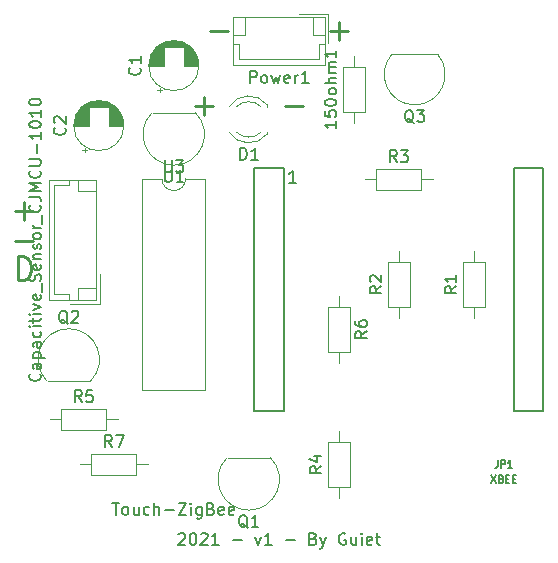
<source format=gbr>
%TF.GenerationSoftware,KiCad,Pcbnew,(5.1.12)-1*%
%TF.CreationDate,2021-12-04T12:05:45+01:00*%
%TF.ProjectId,touch-zigbee,746f7563-682d-47a6-9967-6265652e6b69,rev?*%
%TF.SameCoordinates,Original*%
%TF.FileFunction,Legend,Top*%
%TF.FilePolarity,Positive*%
%FSLAX46Y46*%
G04 Gerber Fmt 4.6, Leading zero omitted, Abs format (unit mm)*
G04 Created by KiCad (PCBNEW (5.1.12)-1) date 2021-12-04 12:05:45*
%MOMM*%
%LPD*%
G01*
G04 APERTURE LIST*
%ADD10C,0.250000*%
%ADD11C,0.150000*%
%ADD12C,0.120000*%
%ADD13C,0.203200*%
%ADD14C,0.127000*%
%ADD15C,0.152400*%
G04 APERTURE END LIST*
D10*
X110998095Y-100472857D02*
X112521904Y-100472857D01*
X103378095Y-100472857D02*
X104901904Y-100472857D01*
X104140000Y-101234761D02*
X104140000Y-99710952D01*
D11*
X101990000Y-136707619D02*
X102037619Y-136660000D01*
X102132857Y-136612380D01*
X102370952Y-136612380D01*
X102466190Y-136660000D01*
X102513809Y-136707619D01*
X102561428Y-136802857D01*
X102561428Y-136898095D01*
X102513809Y-137040952D01*
X101942380Y-137612380D01*
X102561428Y-137612380D01*
X103180476Y-136612380D02*
X103275714Y-136612380D01*
X103370952Y-136660000D01*
X103418571Y-136707619D01*
X103466190Y-136802857D01*
X103513809Y-136993333D01*
X103513809Y-137231428D01*
X103466190Y-137421904D01*
X103418571Y-137517142D01*
X103370952Y-137564761D01*
X103275714Y-137612380D01*
X103180476Y-137612380D01*
X103085238Y-137564761D01*
X103037619Y-137517142D01*
X102990000Y-137421904D01*
X102942380Y-137231428D01*
X102942380Y-136993333D01*
X102990000Y-136802857D01*
X103037619Y-136707619D01*
X103085238Y-136660000D01*
X103180476Y-136612380D01*
X103894761Y-136707619D02*
X103942380Y-136660000D01*
X104037619Y-136612380D01*
X104275714Y-136612380D01*
X104370952Y-136660000D01*
X104418571Y-136707619D01*
X104466190Y-136802857D01*
X104466190Y-136898095D01*
X104418571Y-137040952D01*
X103847142Y-137612380D01*
X104466190Y-137612380D01*
X105418571Y-137612380D02*
X104847142Y-137612380D01*
X105132857Y-137612380D02*
X105132857Y-136612380D01*
X105037619Y-136755238D01*
X104942380Y-136850476D01*
X104847142Y-136898095D01*
X106609047Y-137231428D02*
X107370952Y-137231428D01*
X108513809Y-136945714D02*
X108751904Y-137612380D01*
X108990000Y-136945714D01*
X109894761Y-137612380D02*
X109323333Y-137612380D01*
X109609047Y-137612380D02*
X109609047Y-136612380D01*
X109513809Y-136755238D01*
X109418571Y-136850476D01*
X109323333Y-136898095D01*
X111085238Y-137231428D02*
X111847142Y-137231428D01*
X113418571Y-137088571D02*
X113561428Y-137136190D01*
X113609047Y-137183809D01*
X113656666Y-137279047D01*
X113656666Y-137421904D01*
X113609047Y-137517142D01*
X113561428Y-137564761D01*
X113466190Y-137612380D01*
X113085238Y-137612380D01*
X113085238Y-136612380D01*
X113418571Y-136612380D01*
X113513809Y-136660000D01*
X113561428Y-136707619D01*
X113609047Y-136802857D01*
X113609047Y-136898095D01*
X113561428Y-136993333D01*
X113513809Y-137040952D01*
X113418571Y-137088571D01*
X113085238Y-137088571D01*
X113990000Y-136945714D02*
X114228095Y-137612380D01*
X114466190Y-136945714D02*
X114228095Y-137612380D01*
X114132857Y-137850476D01*
X114085238Y-137898095D01*
X113990000Y-137945714D01*
X116132857Y-136660000D02*
X116037619Y-136612380D01*
X115894761Y-136612380D01*
X115751904Y-136660000D01*
X115656666Y-136755238D01*
X115609047Y-136850476D01*
X115561428Y-137040952D01*
X115561428Y-137183809D01*
X115609047Y-137374285D01*
X115656666Y-137469523D01*
X115751904Y-137564761D01*
X115894761Y-137612380D01*
X115990000Y-137612380D01*
X116132857Y-137564761D01*
X116180476Y-137517142D01*
X116180476Y-137183809D01*
X115990000Y-137183809D01*
X117037619Y-136945714D02*
X117037619Y-137612380D01*
X116609047Y-136945714D02*
X116609047Y-137469523D01*
X116656666Y-137564761D01*
X116751904Y-137612380D01*
X116894761Y-137612380D01*
X116990000Y-137564761D01*
X117037619Y-137517142D01*
X117513809Y-137612380D02*
X117513809Y-136945714D01*
X117513809Y-136612380D02*
X117466190Y-136660000D01*
X117513809Y-136707619D01*
X117561428Y-136660000D01*
X117513809Y-136612380D01*
X117513809Y-136707619D01*
X118370952Y-137564761D02*
X118275714Y-137612380D01*
X118085238Y-137612380D01*
X117990000Y-137564761D01*
X117942380Y-137469523D01*
X117942380Y-137088571D01*
X117990000Y-136993333D01*
X118085238Y-136945714D01*
X118275714Y-136945714D01*
X118370952Y-136993333D01*
X118418571Y-137088571D01*
X118418571Y-137183809D01*
X117942380Y-137279047D01*
X118704285Y-136945714D02*
X119085238Y-136945714D01*
X118847142Y-136612380D02*
X118847142Y-137469523D01*
X118894761Y-137564761D01*
X118990000Y-137612380D01*
X119085238Y-137612380D01*
X96385714Y-134072380D02*
X96957142Y-134072380D01*
X96671428Y-135072380D02*
X96671428Y-134072380D01*
X97433333Y-135072380D02*
X97338095Y-135024761D01*
X97290476Y-134977142D01*
X97242857Y-134881904D01*
X97242857Y-134596190D01*
X97290476Y-134500952D01*
X97338095Y-134453333D01*
X97433333Y-134405714D01*
X97576190Y-134405714D01*
X97671428Y-134453333D01*
X97719047Y-134500952D01*
X97766666Y-134596190D01*
X97766666Y-134881904D01*
X97719047Y-134977142D01*
X97671428Y-135024761D01*
X97576190Y-135072380D01*
X97433333Y-135072380D01*
X98623809Y-134405714D02*
X98623809Y-135072380D01*
X98195238Y-134405714D02*
X98195238Y-134929523D01*
X98242857Y-135024761D01*
X98338095Y-135072380D01*
X98480952Y-135072380D01*
X98576190Y-135024761D01*
X98623809Y-134977142D01*
X99528571Y-135024761D02*
X99433333Y-135072380D01*
X99242857Y-135072380D01*
X99147619Y-135024761D01*
X99100000Y-134977142D01*
X99052380Y-134881904D01*
X99052380Y-134596190D01*
X99100000Y-134500952D01*
X99147619Y-134453333D01*
X99242857Y-134405714D01*
X99433333Y-134405714D01*
X99528571Y-134453333D01*
X99957142Y-135072380D02*
X99957142Y-134072380D01*
X100385714Y-135072380D02*
X100385714Y-134548571D01*
X100338095Y-134453333D01*
X100242857Y-134405714D01*
X100100000Y-134405714D01*
X100004761Y-134453333D01*
X99957142Y-134500952D01*
X100861904Y-134691428D02*
X101623809Y-134691428D01*
X102004761Y-134072380D02*
X102671428Y-134072380D01*
X102004761Y-135072380D01*
X102671428Y-135072380D01*
X103052380Y-135072380D02*
X103052380Y-134405714D01*
X103052380Y-134072380D02*
X103004761Y-134120000D01*
X103052380Y-134167619D01*
X103100000Y-134120000D01*
X103052380Y-134072380D01*
X103052380Y-134167619D01*
X103957142Y-134405714D02*
X103957142Y-135215238D01*
X103909523Y-135310476D01*
X103861904Y-135358095D01*
X103766666Y-135405714D01*
X103623809Y-135405714D01*
X103528571Y-135358095D01*
X103957142Y-135024761D02*
X103861904Y-135072380D01*
X103671428Y-135072380D01*
X103576190Y-135024761D01*
X103528571Y-134977142D01*
X103480952Y-134881904D01*
X103480952Y-134596190D01*
X103528571Y-134500952D01*
X103576190Y-134453333D01*
X103671428Y-134405714D01*
X103861904Y-134405714D01*
X103957142Y-134453333D01*
X104766666Y-134548571D02*
X104909523Y-134596190D01*
X104957142Y-134643809D01*
X105004761Y-134739047D01*
X105004761Y-134881904D01*
X104957142Y-134977142D01*
X104909523Y-135024761D01*
X104814285Y-135072380D01*
X104433333Y-135072380D01*
X104433333Y-134072380D01*
X104766666Y-134072380D01*
X104861904Y-134120000D01*
X104909523Y-134167619D01*
X104957142Y-134262857D01*
X104957142Y-134358095D01*
X104909523Y-134453333D01*
X104861904Y-134500952D01*
X104766666Y-134548571D01*
X104433333Y-134548571D01*
X105814285Y-135024761D02*
X105719047Y-135072380D01*
X105528571Y-135072380D01*
X105433333Y-135024761D01*
X105385714Y-134929523D01*
X105385714Y-134548571D01*
X105433333Y-134453333D01*
X105528571Y-134405714D01*
X105719047Y-134405714D01*
X105814285Y-134453333D01*
X105861904Y-134548571D01*
X105861904Y-134643809D01*
X105385714Y-134739047D01*
X106671428Y-135024761D02*
X106576190Y-135072380D01*
X106385714Y-135072380D01*
X106290476Y-135024761D01*
X106242857Y-134929523D01*
X106242857Y-134548571D01*
X106290476Y-134453333D01*
X106385714Y-134405714D01*
X106576190Y-134405714D01*
X106671428Y-134453333D01*
X106719047Y-134548571D01*
X106719047Y-134643809D01*
X106242857Y-134739047D01*
D10*
X114808095Y-94122857D02*
X116331904Y-94122857D01*
X115570000Y-94884761D02*
X115570000Y-93360952D01*
X104648095Y-94122857D02*
X106171904Y-94122857D01*
X88376190Y-115204761D02*
X88376190Y-113204761D01*
X88852380Y-113204761D01*
X89138095Y-113300000D01*
X89328571Y-113490476D01*
X89423809Y-113680952D01*
X89519047Y-114061904D01*
X89519047Y-114347619D01*
X89423809Y-114728571D01*
X89328571Y-114919047D01*
X89138095Y-115109523D01*
X88852380Y-115204761D01*
X88376190Y-115204761D01*
X88138095Y-111902857D02*
X89661904Y-111902857D01*
X88138095Y-109362857D02*
X89661904Y-109362857D01*
X88900000Y-110124761D02*
X88900000Y-108600952D01*
D12*
%TO.C,Q1*%
X109750000Y-130230000D02*
X106150000Y-130230000D01*
X109788478Y-130241522D02*
G75*
G02*
X107950000Y-134680000I-1838478J-1838478D01*
G01*
X106111522Y-130241522D02*
G75*
G03*
X107950000Y-134680000I1838478J-1838478D01*
G01*
%TO.C,U1*%
X103400000Y-101020000D02*
X99800000Y-101020000D01*
X99761522Y-101031522D02*
G75*
G03*
X101600000Y-105470000I1838478J-1838478D01*
G01*
X103438478Y-101031522D02*
G75*
G02*
X101600000Y-105470000I-1838478J-1838478D01*
G01*
%TO.C,Q2*%
X90910000Y-123770000D02*
X94510000Y-123770000D01*
X90871522Y-123758478D02*
G75*
G02*
X92710000Y-119320000I1838478J1838478D01*
G01*
X94548478Y-123758478D02*
G75*
G03*
X92710000Y-119320000I-1838478J1838478D01*
G01*
%TO.C,C1*%
X100205000Y-99109801D02*
X100605000Y-99109801D01*
X100405000Y-99309801D02*
X100405000Y-98909801D01*
X101230000Y-94959000D02*
X101970000Y-94959000D01*
X101063000Y-94999000D02*
X102137000Y-94999000D01*
X100936000Y-95039000D02*
X102264000Y-95039000D01*
X100832000Y-95079000D02*
X102368000Y-95079000D01*
X100741000Y-95119000D02*
X102459000Y-95119000D01*
X100660000Y-95159000D02*
X102540000Y-95159000D01*
X100587000Y-95199000D02*
X102613000Y-95199000D01*
X100520000Y-95239000D02*
X102680000Y-95239000D01*
X100458000Y-95279000D02*
X102742000Y-95279000D01*
X100400000Y-95319000D02*
X102800000Y-95319000D01*
X100346000Y-95359000D02*
X102854000Y-95359000D01*
X100296000Y-95399000D02*
X102904000Y-95399000D01*
X100249000Y-95439000D02*
X102951000Y-95439000D01*
X102440000Y-95479000D02*
X102996000Y-95479000D01*
X100204000Y-95479000D02*
X100760000Y-95479000D01*
X102440000Y-95519000D02*
X103038000Y-95519000D01*
X100162000Y-95519000D02*
X100760000Y-95519000D01*
X102440000Y-95559000D02*
X103078000Y-95559000D01*
X100122000Y-95559000D02*
X100760000Y-95559000D01*
X102440000Y-95599000D02*
X103116000Y-95599000D01*
X100084000Y-95599000D02*
X100760000Y-95599000D01*
X102440000Y-95639000D02*
X103152000Y-95639000D01*
X100048000Y-95639000D02*
X100760000Y-95639000D01*
X102440000Y-95679000D02*
X103187000Y-95679000D01*
X100013000Y-95679000D02*
X100760000Y-95679000D01*
X102440000Y-95719000D02*
X103219000Y-95719000D01*
X99981000Y-95719000D02*
X100760000Y-95719000D01*
X102440000Y-95759000D02*
X103250000Y-95759000D01*
X99950000Y-95759000D02*
X100760000Y-95759000D01*
X102440000Y-95799000D02*
X103280000Y-95799000D01*
X99920000Y-95799000D02*
X100760000Y-95799000D01*
X102440000Y-95839000D02*
X103308000Y-95839000D01*
X99892000Y-95839000D02*
X100760000Y-95839000D01*
X102440000Y-95879000D02*
X103335000Y-95879000D01*
X99865000Y-95879000D02*
X100760000Y-95879000D01*
X102440000Y-95919000D02*
X103360000Y-95919000D01*
X99840000Y-95919000D02*
X100760000Y-95919000D01*
X102440000Y-95959000D02*
X103385000Y-95959000D01*
X99815000Y-95959000D02*
X100760000Y-95959000D01*
X102440000Y-95999000D02*
X103408000Y-95999000D01*
X99792000Y-95999000D02*
X100760000Y-95999000D01*
X102440000Y-96039000D02*
X103430000Y-96039000D01*
X99770000Y-96039000D02*
X100760000Y-96039000D01*
X102440000Y-96079000D02*
X103451000Y-96079000D01*
X99749000Y-96079000D02*
X100760000Y-96079000D01*
X102440000Y-96119000D02*
X103470000Y-96119000D01*
X99730000Y-96119000D02*
X100760000Y-96119000D01*
X102440000Y-96159000D02*
X103489000Y-96159000D01*
X99711000Y-96159000D02*
X100760000Y-96159000D01*
X102440000Y-96199000D02*
X103507000Y-96199000D01*
X99693000Y-96199000D02*
X100760000Y-96199000D01*
X102440000Y-96239000D02*
X103524000Y-96239000D01*
X99676000Y-96239000D02*
X100760000Y-96239000D01*
X102440000Y-96279000D02*
X103540000Y-96279000D01*
X99660000Y-96279000D02*
X100760000Y-96279000D01*
X102440000Y-96319000D02*
X103554000Y-96319000D01*
X99646000Y-96319000D02*
X100760000Y-96319000D01*
X102440000Y-96360000D02*
X103568000Y-96360000D01*
X99632000Y-96360000D02*
X100760000Y-96360000D01*
X102440000Y-96400000D02*
X103582000Y-96400000D01*
X99618000Y-96400000D02*
X100760000Y-96400000D01*
X102440000Y-96440000D02*
X103594000Y-96440000D01*
X99606000Y-96440000D02*
X100760000Y-96440000D01*
X102440000Y-96480000D02*
X103605000Y-96480000D01*
X99595000Y-96480000D02*
X100760000Y-96480000D01*
X102440000Y-96520000D02*
X103616000Y-96520000D01*
X99584000Y-96520000D02*
X100760000Y-96520000D01*
X102440000Y-96560000D02*
X103625000Y-96560000D01*
X99575000Y-96560000D02*
X100760000Y-96560000D01*
X102440000Y-96600000D02*
X103634000Y-96600000D01*
X99566000Y-96600000D02*
X100760000Y-96600000D01*
X102440000Y-96640000D02*
X103642000Y-96640000D01*
X99558000Y-96640000D02*
X100760000Y-96640000D01*
X102440000Y-96680000D02*
X103650000Y-96680000D01*
X99550000Y-96680000D02*
X100760000Y-96680000D01*
X102440000Y-96720000D02*
X103656000Y-96720000D01*
X99544000Y-96720000D02*
X100760000Y-96720000D01*
X102440000Y-96760000D02*
X103662000Y-96760000D01*
X99538000Y-96760000D02*
X100760000Y-96760000D01*
X102440000Y-96800000D02*
X103667000Y-96800000D01*
X99533000Y-96800000D02*
X100760000Y-96800000D01*
X102440000Y-96840000D02*
X103671000Y-96840000D01*
X99529000Y-96840000D02*
X100760000Y-96840000D01*
X102440000Y-96880000D02*
X103674000Y-96880000D01*
X99526000Y-96880000D02*
X100760000Y-96880000D01*
X102440000Y-96920000D02*
X103677000Y-96920000D01*
X99523000Y-96920000D02*
X100760000Y-96920000D01*
X99521000Y-96960000D02*
X100760000Y-96960000D01*
X102440000Y-96960000D02*
X103679000Y-96960000D01*
X99520000Y-97000000D02*
X100760000Y-97000000D01*
X102440000Y-97000000D02*
X103680000Y-97000000D01*
X99520000Y-97040000D02*
X100760000Y-97040000D01*
X102440000Y-97040000D02*
X103680000Y-97040000D01*
X103720000Y-97040000D02*
G75*
G03*
X103720000Y-97040000I-2120000J0D01*
G01*
%TO.C,C2*%
X97370000Y-102120000D02*
G75*
G03*
X97370000Y-102120000I-2120000J0D01*
G01*
X96090000Y-102120000D02*
X97330000Y-102120000D01*
X93170000Y-102120000D02*
X94410000Y-102120000D01*
X96090000Y-102080000D02*
X97330000Y-102080000D01*
X93170000Y-102080000D02*
X94410000Y-102080000D01*
X96090000Y-102040000D02*
X97329000Y-102040000D01*
X93171000Y-102040000D02*
X94410000Y-102040000D01*
X93173000Y-102000000D02*
X94410000Y-102000000D01*
X96090000Y-102000000D02*
X97327000Y-102000000D01*
X93176000Y-101960000D02*
X94410000Y-101960000D01*
X96090000Y-101960000D02*
X97324000Y-101960000D01*
X93179000Y-101920000D02*
X94410000Y-101920000D01*
X96090000Y-101920000D02*
X97321000Y-101920000D01*
X93183000Y-101880000D02*
X94410000Y-101880000D01*
X96090000Y-101880000D02*
X97317000Y-101880000D01*
X93188000Y-101840000D02*
X94410000Y-101840000D01*
X96090000Y-101840000D02*
X97312000Y-101840000D01*
X93194000Y-101800000D02*
X94410000Y-101800000D01*
X96090000Y-101800000D02*
X97306000Y-101800000D01*
X93200000Y-101760000D02*
X94410000Y-101760000D01*
X96090000Y-101760000D02*
X97300000Y-101760000D01*
X93208000Y-101720000D02*
X94410000Y-101720000D01*
X96090000Y-101720000D02*
X97292000Y-101720000D01*
X93216000Y-101680000D02*
X94410000Y-101680000D01*
X96090000Y-101680000D02*
X97284000Y-101680000D01*
X93225000Y-101640000D02*
X94410000Y-101640000D01*
X96090000Y-101640000D02*
X97275000Y-101640000D01*
X93234000Y-101600000D02*
X94410000Y-101600000D01*
X96090000Y-101600000D02*
X97266000Y-101600000D01*
X93245000Y-101560000D02*
X94410000Y-101560000D01*
X96090000Y-101560000D02*
X97255000Y-101560000D01*
X93256000Y-101520000D02*
X94410000Y-101520000D01*
X96090000Y-101520000D02*
X97244000Y-101520000D01*
X93268000Y-101480000D02*
X94410000Y-101480000D01*
X96090000Y-101480000D02*
X97232000Y-101480000D01*
X93282000Y-101440000D02*
X94410000Y-101440000D01*
X96090000Y-101440000D02*
X97218000Y-101440000D01*
X93296000Y-101399000D02*
X94410000Y-101399000D01*
X96090000Y-101399000D02*
X97204000Y-101399000D01*
X93310000Y-101359000D02*
X94410000Y-101359000D01*
X96090000Y-101359000D02*
X97190000Y-101359000D01*
X93326000Y-101319000D02*
X94410000Y-101319000D01*
X96090000Y-101319000D02*
X97174000Y-101319000D01*
X93343000Y-101279000D02*
X94410000Y-101279000D01*
X96090000Y-101279000D02*
X97157000Y-101279000D01*
X93361000Y-101239000D02*
X94410000Y-101239000D01*
X96090000Y-101239000D02*
X97139000Y-101239000D01*
X93380000Y-101199000D02*
X94410000Y-101199000D01*
X96090000Y-101199000D02*
X97120000Y-101199000D01*
X93399000Y-101159000D02*
X94410000Y-101159000D01*
X96090000Y-101159000D02*
X97101000Y-101159000D01*
X93420000Y-101119000D02*
X94410000Y-101119000D01*
X96090000Y-101119000D02*
X97080000Y-101119000D01*
X93442000Y-101079000D02*
X94410000Y-101079000D01*
X96090000Y-101079000D02*
X97058000Y-101079000D01*
X93465000Y-101039000D02*
X94410000Y-101039000D01*
X96090000Y-101039000D02*
X97035000Y-101039000D01*
X93490000Y-100999000D02*
X94410000Y-100999000D01*
X96090000Y-100999000D02*
X97010000Y-100999000D01*
X93515000Y-100959000D02*
X94410000Y-100959000D01*
X96090000Y-100959000D02*
X96985000Y-100959000D01*
X93542000Y-100919000D02*
X94410000Y-100919000D01*
X96090000Y-100919000D02*
X96958000Y-100919000D01*
X93570000Y-100879000D02*
X94410000Y-100879000D01*
X96090000Y-100879000D02*
X96930000Y-100879000D01*
X93600000Y-100839000D02*
X94410000Y-100839000D01*
X96090000Y-100839000D02*
X96900000Y-100839000D01*
X93631000Y-100799000D02*
X94410000Y-100799000D01*
X96090000Y-100799000D02*
X96869000Y-100799000D01*
X93663000Y-100759000D02*
X94410000Y-100759000D01*
X96090000Y-100759000D02*
X96837000Y-100759000D01*
X93698000Y-100719000D02*
X94410000Y-100719000D01*
X96090000Y-100719000D02*
X96802000Y-100719000D01*
X93734000Y-100679000D02*
X94410000Y-100679000D01*
X96090000Y-100679000D02*
X96766000Y-100679000D01*
X93772000Y-100639000D02*
X94410000Y-100639000D01*
X96090000Y-100639000D02*
X96728000Y-100639000D01*
X93812000Y-100599000D02*
X94410000Y-100599000D01*
X96090000Y-100599000D02*
X96688000Y-100599000D01*
X93854000Y-100559000D02*
X94410000Y-100559000D01*
X96090000Y-100559000D02*
X96646000Y-100559000D01*
X93899000Y-100519000D02*
X96601000Y-100519000D01*
X93946000Y-100479000D02*
X96554000Y-100479000D01*
X93996000Y-100439000D02*
X96504000Y-100439000D01*
X94050000Y-100399000D02*
X96450000Y-100399000D01*
X94108000Y-100359000D02*
X96392000Y-100359000D01*
X94170000Y-100319000D02*
X96330000Y-100319000D01*
X94237000Y-100279000D02*
X96263000Y-100279000D01*
X94310000Y-100239000D02*
X96190000Y-100239000D01*
X94391000Y-100199000D02*
X96109000Y-100199000D01*
X94482000Y-100159000D02*
X96018000Y-100159000D01*
X94586000Y-100119000D02*
X95914000Y-100119000D01*
X94713000Y-100079000D02*
X95787000Y-100079000D01*
X94880000Y-100039000D02*
X95620000Y-100039000D01*
X94055000Y-104389801D02*
X94055000Y-103989801D01*
X93855000Y-104189801D02*
X94255000Y-104189801D01*
%TO.C,Capacitive_Sensor_CJMCU-1010*%
X91000000Y-116910000D02*
X95020000Y-116910000D01*
X95020000Y-116910000D02*
X95020000Y-106690000D01*
X95020000Y-106690000D02*
X91000000Y-106690000D01*
X91000000Y-106690000D02*
X91000000Y-116910000D01*
X92710000Y-116910000D02*
X92710000Y-116410000D01*
X92710000Y-116410000D02*
X91500000Y-116410000D01*
X91500000Y-116410000D02*
X91500000Y-107190000D01*
X91500000Y-107190000D02*
X92710000Y-107190000D01*
X92710000Y-107190000D02*
X92710000Y-106690000D01*
X93520000Y-116910000D02*
X93520000Y-115910000D01*
X93520000Y-115910000D02*
X95020000Y-115910000D01*
X93520000Y-106690000D02*
X93520000Y-107690000D01*
X93520000Y-107690000D02*
X95020000Y-107690000D01*
X92820000Y-117210000D02*
X95320000Y-117210000D01*
X95320000Y-117210000D02*
X95320000Y-114710000D01*
%TO.C,D1*%
X109510000Y-102836000D02*
X109510000Y-102680000D01*
X109510000Y-100520000D02*
X109510000Y-100364000D01*
X106277665Y-102678608D02*
G75*
G03*
X109510000Y-102835516I1672335J1078608D01*
G01*
X106277665Y-100521392D02*
G75*
G02*
X109510000Y-100364484I1672335J-1078608D01*
G01*
X106908870Y-102679837D02*
G75*
G03*
X108990961Y-102680000I1041130J1079837D01*
G01*
X106908870Y-100520163D02*
G75*
G02*
X108990961Y-100520000I1041130J-1079837D01*
G01*
%TO.C,Power1*%
X114370000Y-96960000D02*
X114370000Y-92940000D01*
X114370000Y-92940000D02*
X106650000Y-92940000D01*
X106650000Y-92940000D02*
X106650000Y-96960000D01*
X106650000Y-96960000D02*
X114370000Y-96960000D01*
X114370000Y-95250000D02*
X113870000Y-95250000D01*
X113870000Y-95250000D02*
X113870000Y-96460000D01*
X113870000Y-96460000D02*
X107150000Y-96460000D01*
X107150000Y-96460000D02*
X107150000Y-95250000D01*
X107150000Y-95250000D02*
X106650000Y-95250000D01*
X114370000Y-94440000D02*
X113370000Y-94440000D01*
X113370000Y-94440000D02*
X113370000Y-92940000D01*
X106650000Y-94440000D02*
X107650000Y-94440000D01*
X107650000Y-94440000D02*
X107650000Y-92940000D01*
X114670000Y-95140000D02*
X114670000Y-92640000D01*
X114670000Y-92640000D02*
X112170000Y-92640000D01*
%TO.C,Q3*%
X123940000Y-96090000D02*
X120090000Y-96090000D01*
X120051389Y-96099878D02*
G75*
G03*
X123940000Y-96090000I1948611J-1690122D01*
G01*
%TO.C,R1*%
X126080000Y-117490000D02*
X127920000Y-117490000D01*
X127920000Y-117490000D02*
X127920000Y-113650000D01*
X127920000Y-113650000D02*
X126080000Y-113650000D01*
X126080000Y-113650000D02*
X126080000Y-117490000D01*
X127000000Y-118440000D02*
X127000000Y-117490000D01*
X127000000Y-112700000D02*
X127000000Y-113650000D01*
%TO.C,R2*%
X120650000Y-112700000D02*
X120650000Y-113650000D01*
X120650000Y-118440000D02*
X120650000Y-117490000D01*
X119730000Y-113650000D02*
X119730000Y-117490000D01*
X121570000Y-113650000D02*
X119730000Y-113650000D01*
X121570000Y-117490000D02*
X121570000Y-113650000D01*
X119730000Y-117490000D02*
X121570000Y-117490000D01*
%TO.C,R3*%
X118730000Y-105760000D02*
X118730000Y-107600000D01*
X118730000Y-107600000D02*
X122570000Y-107600000D01*
X122570000Y-107600000D02*
X122570000Y-105760000D01*
X122570000Y-105760000D02*
X118730000Y-105760000D01*
X117780000Y-106680000D02*
X118730000Y-106680000D01*
X123520000Y-106680000D02*
X122570000Y-106680000D01*
%TO.C,R4*%
X114650000Y-132730000D02*
X116490000Y-132730000D01*
X116490000Y-132730000D02*
X116490000Y-128890000D01*
X116490000Y-128890000D02*
X114650000Y-128890000D01*
X114650000Y-128890000D02*
X114650000Y-132730000D01*
X115570000Y-133680000D02*
X115570000Y-132730000D01*
X115570000Y-127940000D02*
X115570000Y-128890000D01*
%TO.C,R5*%
X92060000Y-126080000D02*
X92060000Y-127920000D01*
X92060000Y-127920000D02*
X95900000Y-127920000D01*
X95900000Y-127920000D02*
X95900000Y-126080000D01*
X95900000Y-126080000D02*
X92060000Y-126080000D01*
X91110000Y-127000000D02*
X92060000Y-127000000D01*
X96850000Y-127000000D02*
X95900000Y-127000000D01*
%TO.C,R6*%
X115570000Y-122250000D02*
X115570000Y-121300000D01*
X115570000Y-116510000D02*
X115570000Y-117460000D01*
X116490000Y-121300000D02*
X116490000Y-117460000D01*
X114650000Y-121300000D02*
X116490000Y-121300000D01*
X114650000Y-117460000D02*
X114650000Y-121300000D01*
X116490000Y-117460000D02*
X114650000Y-117460000D01*
%TO.C,R7*%
X99390000Y-130810000D02*
X98440000Y-130810000D01*
X93650000Y-130810000D02*
X94600000Y-130810000D01*
X98440000Y-129890000D02*
X94600000Y-129890000D01*
X98440000Y-131730000D02*
X98440000Y-129890000D01*
X94600000Y-131730000D02*
X98440000Y-131730000D01*
X94600000Y-129890000D02*
X94600000Y-131730000D01*
D13*
%TO.C,JP1*%
X130398520Y-105750360D02*
X132897880Y-105750360D01*
X132897880Y-105750360D02*
X132897880Y-126250700D01*
X132897880Y-126250700D02*
X130398520Y-126250700D01*
X130398520Y-105750360D02*
X130398520Y-126250700D01*
X110901480Y-105750360D02*
X108402120Y-105750360D01*
X108402120Y-105750360D02*
X108402120Y-126250700D01*
X108402120Y-126250700D02*
X110901480Y-126250700D01*
X110901480Y-105750360D02*
X110901480Y-126250700D01*
D12*
%TO.C,U3*%
X100600000Y-106620000D02*
X98950000Y-106620000D01*
X98950000Y-106620000D02*
X98950000Y-124520000D01*
X98950000Y-124520000D02*
X104250000Y-124520000D01*
X104250000Y-124520000D02*
X104250000Y-106620000D01*
X104250000Y-106620000D02*
X102600000Y-106620000D01*
X102600000Y-106620000D02*
G75*
G02*
X100600000Y-106620000I-1000000J0D01*
G01*
%TO.C,150ohm1*%
X115920000Y-100980000D02*
X117760000Y-100980000D01*
X117760000Y-100980000D02*
X117760000Y-97140000D01*
X117760000Y-97140000D02*
X115920000Y-97140000D01*
X115920000Y-97140000D02*
X115920000Y-100980000D01*
X116840000Y-101930000D02*
X116840000Y-100980000D01*
X116840000Y-96190000D02*
X116840000Y-97140000D01*
%TO.C,Q1*%
D11*
X107854761Y-136187619D02*
X107759523Y-136140000D01*
X107664285Y-136044761D01*
X107521428Y-135901904D01*
X107426190Y-135854285D01*
X107330952Y-135854285D01*
X107378571Y-136092380D02*
X107283333Y-136044761D01*
X107188095Y-135949523D01*
X107140476Y-135759047D01*
X107140476Y-135425714D01*
X107188095Y-135235238D01*
X107283333Y-135140000D01*
X107378571Y-135092380D01*
X107569047Y-135092380D01*
X107664285Y-135140000D01*
X107759523Y-135235238D01*
X107807142Y-135425714D01*
X107807142Y-135759047D01*
X107759523Y-135949523D01*
X107664285Y-136044761D01*
X107569047Y-136092380D01*
X107378571Y-136092380D01*
X108759523Y-136092380D02*
X108188095Y-136092380D01*
X108473809Y-136092380D02*
X108473809Y-135092380D01*
X108378571Y-135235238D01*
X108283333Y-135330476D01*
X108188095Y-135378095D01*
%TO.C,U1*%
X100838095Y-105882380D02*
X100838095Y-106691904D01*
X100885714Y-106787142D01*
X100933333Y-106834761D01*
X101028571Y-106882380D01*
X101219047Y-106882380D01*
X101314285Y-106834761D01*
X101361904Y-106787142D01*
X101409523Y-106691904D01*
X101409523Y-105882380D01*
X102409523Y-106882380D02*
X101838095Y-106882380D01*
X102123809Y-106882380D02*
X102123809Y-105882380D01*
X102028571Y-106025238D01*
X101933333Y-106120476D01*
X101838095Y-106168095D01*
%TO.C,Q2*%
X92614761Y-118907619D02*
X92519523Y-118860000D01*
X92424285Y-118764761D01*
X92281428Y-118621904D01*
X92186190Y-118574285D01*
X92090952Y-118574285D01*
X92138571Y-118812380D02*
X92043333Y-118764761D01*
X91948095Y-118669523D01*
X91900476Y-118479047D01*
X91900476Y-118145714D01*
X91948095Y-117955238D01*
X92043333Y-117860000D01*
X92138571Y-117812380D01*
X92329047Y-117812380D01*
X92424285Y-117860000D01*
X92519523Y-117955238D01*
X92567142Y-118145714D01*
X92567142Y-118479047D01*
X92519523Y-118669523D01*
X92424285Y-118764761D01*
X92329047Y-118812380D01*
X92138571Y-118812380D01*
X92948095Y-117907619D02*
X92995714Y-117860000D01*
X93090952Y-117812380D01*
X93329047Y-117812380D01*
X93424285Y-117860000D01*
X93471904Y-117907619D01*
X93519523Y-118002857D01*
X93519523Y-118098095D01*
X93471904Y-118240952D01*
X92900476Y-118812380D01*
X93519523Y-118812380D01*
%TO.C,C1*%
X98707142Y-97206666D02*
X98754761Y-97254285D01*
X98802380Y-97397142D01*
X98802380Y-97492380D01*
X98754761Y-97635238D01*
X98659523Y-97730476D01*
X98564285Y-97778095D01*
X98373809Y-97825714D01*
X98230952Y-97825714D01*
X98040476Y-97778095D01*
X97945238Y-97730476D01*
X97850000Y-97635238D01*
X97802380Y-97492380D01*
X97802380Y-97397142D01*
X97850000Y-97254285D01*
X97897619Y-97206666D01*
X98802380Y-96254285D02*
X98802380Y-96825714D01*
X98802380Y-96540000D02*
X97802380Y-96540000D01*
X97945238Y-96635238D01*
X98040476Y-96730476D01*
X98088095Y-96825714D01*
%TO.C,C2*%
X92357142Y-102286666D02*
X92404761Y-102334285D01*
X92452380Y-102477142D01*
X92452380Y-102572380D01*
X92404761Y-102715238D01*
X92309523Y-102810476D01*
X92214285Y-102858095D01*
X92023809Y-102905714D01*
X91880952Y-102905714D01*
X91690476Y-102858095D01*
X91595238Y-102810476D01*
X91500000Y-102715238D01*
X91452380Y-102572380D01*
X91452380Y-102477142D01*
X91500000Y-102334285D01*
X91547619Y-102286666D01*
X91547619Y-101905714D02*
X91500000Y-101858095D01*
X91452380Y-101762857D01*
X91452380Y-101524761D01*
X91500000Y-101429523D01*
X91547619Y-101381904D01*
X91642857Y-101334285D01*
X91738095Y-101334285D01*
X91880952Y-101381904D01*
X92452380Y-101953333D01*
X92452380Y-101334285D01*
%TO.C,Capacitive_Sensor_CJMCU-1010*%
X90267142Y-123133333D02*
X90314761Y-123180952D01*
X90362380Y-123323809D01*
X90362380Y-123419047D01*
X90314761Y-123561904D01*
X90219523Y-123657142D01*
X90124285Y-123704761D01*
X89933809Y-123752380D01*
X89790952Y-123752380D01*
X89600476Y-123704761D01*
X89505238Y-123657142D01*
X89410000Y-123561904D01*
X89362380Y-123419047D01*
X89362380Y-123323809D01*
X89410000Y-123180952D01*
X89457619Y-123133333D01*
X90362380Y-122276190D02*
X89838571Y-122276190D01*
X89743333Y-122323809D01*
X89695714Y-122419047D01*
X89695714Y-122609523D01*
X89743333Y-122704761D01*
X90314761Y-122276190D02*
X90362380Y-122371428D01*
X90362380Y-122609523D01*
X90314761Y-122704761D01*
X90219523Y-122752380D01*
X90124285Y-122752380D01*
X90029047Y-122704761D01*
X89981428Y-122609523D01*
X89981428Y-122371428D01*
X89933809Y-122276190D01*
X89695714Y-121799999D02*
X90695714Y-121799999D01*
X89743333Y-121799999D02*
X89695714Y-121704761D01*
X89695714Y-121514285D01*
X89743333Y-121419047D01*
X89790952Y-121371428D01*
X89886190Y-121323809D01*
X90171904Y-121323809D01*
X90267142Y-121371428D01*
X90314761Y-121419047D01*
X90362380Y-121514285D01*
X90362380Y-121704761D01*
X90314761Y-121799999D01*
X90362380Y-120466666D02*
X89838571Y-120466666D01*
X89743333Y-120514285D01*
X89695714Y-120609523D01*
X89695714Y-120799999D01*
X89743333Y-120895238D01*
X90314761Y-120466666D02*
X90362380Y-120561904D01*
X90362380Y-120799999D01*
X90314761Y-120895238D01*
X90219523Y-120942857D01*
X90124285Y-120942857D01*
X90029047Y-120895238D01*
X89981428Y-120799999D01*
X89981428Y-120561904D01*
X89933809Y-120466666D01*
X90314761Y-119561904D02*
X90362380Y-119657142D01*
X90362380Y-119847619D01*
X90314761Y-119942857D01*
X90267142Y-119990476D01*
X90171904Y-120038095D01*
X89886190Y-120038095D01*
X89790952Y-119990476D01*
X89743333Y-119942857D01*
X89695714Y-119847619D01*
X89695714Y-119657142D01*
X89743333Y-119561904D01*
X90362380Y-119133333D02*
X89695714Y-119133333D01*
X89362380Y-119133333D02*
X89410000Y-119180952D01*
X89457619Y-119133333D01*
X89410000Y-119085714D01*
X89362380Y-119133333D01*
X89457619Y-119133333D01*
X89695714Y-118800000D02*
X89695714Y-118419047D01*
X89362380Y-118657142D02*
X90219523Y-118657142D01*
X90314761Y-118609523D01*
X90362380Y-118514285D01*
X90362380Y-118419047D01*
X90362380Y-118085714D02*
X89695714Y-118085714D01*
X89362380Y-118085714D02*
X89410000Y-118133333D01*
X89457619Y-118085714D01*
X89410000Y-118038095D01*
X89362380Y-118085714D01*
X89457619Y-118085714D01*
X89695714Y-117704761D02*
X90362380Y-117466666D01*
X89695714Y-117228571D01*
X90314761Y-116466666D02*
X90362380Y-116561904D01*
X90362380Y-116752380D01*
X90314761Y-116847619D01*
X90219523Y-116895238D01*
X89838571Y-116895238D01*
X89743333Y-116847619D01*
X89695714Y-116752380D01*
X89695714Y-116561904D01*
X89743333Y-116466666D01*
X89838571Y-116419047D01*
X89933809Y-116419047D01*
X90029047Y-116895238D01*
X90457619Y-116228571D02*
X90457619Y-115466666D01*
X90314761Y-115276190D02*
X90362380Y-115133333D01*
X90362380Y-114895238D01*
X90314761Y-114800000D01*
X90267142Y-114752380D01*
X90171904Y-114704761D01*
X90076666Y-114704761D01*
X89981428Y-114752380D01*
X89933809Y-114800000D01*
X89886190Y-114895238D01*
X89838571Y-115085714D01*
X89790952Y-115180952D01*
X89743333Y-115228571D01*
X89648095Y-115276190D01*
X89552857Y-115276190D01*
X89457619Y-115228571D01*
X89410000Y-115180952D01*
X89362380Y-115085714D01*
X89362380Y-114847619D01*
X89410000Y-114704761D01*
X90314761Y-113895238D02*
X90362380Y-113990476D01*
X90362380Y-114180952D01*
X90314761Y-114276190D01*
X90219523Y-114323809D01*
X89838571Y-114323809D01*
X89743333Y-114276190D01*
X89695714Y-114180952D01*
X89695714Y-113990476D01*
X89743333Y-113895238D01*
X89838571Y-113847619D01*
X89933809Y-113847619D01*
X90029047Y-114323809D01*
X89695714Y-113419047D02*
X90362380Y-113419047D01*
X89790952Y-113419047D02*
X89743333Y-113371428D01*
X89695714Y-113276190D01*
X89695714Y-113133333D01*
X89743333Y-113038095D01*
X89838571Y-112990476D01*
X90362380Y-112990476D01*
X90314761Y-112561904D02*
X90362380Y-112466666D01*
X90362380Y-112276190D01*
X90314761Y-112180952D01*
X90219523Y-112133333D01*
X90171904Y-112133333D01*
X90076666Y-112180952D01*
X90029047Y-112276190D01*
X90029047Y-112419047D01*
X89981428Y-112514285D01*
X89886190Y-112561904D01*
X89838571Y-112561904D01*
X89743333Y-112514285D01*
X89695714Y-112419047D01*
X89695714Y-112276190D01*
X89743333Y-112180952D01*
X90362380Y-111561904D02*
X90314761Y-111657142D01*
X90267142Y-111704761D01*
X90171904Y-111752380D01*
X89886190Y-111752380D01*
X89790952Y-111704761D01*
X89743333Y-111657142D01*
X89695714Y-111561904D01*
X89695714Y-111419047D01*
X89743333Y-111323809D01*
X89790952Y-111276190D01*
X89886190Y-111228571D01*
X90171904Y-111228571D01*
X90267142Y-111276190D01*
X90314761Y-111323809D01*
X90362380Y-111419047D01*
X90362380Y-111561904D01*
X90362380Y-110800000D02*
X89695714Y-110800000D01*
X89886190Y-110800000D02*
X89790952Y-110752380D01*
X89743333Y-110704761D01*
X89695714Y-110609523D01*
X89695714Y-110514285D01*
X90457619Y-110419047D02*
X90457619Y-109657142D01*
X90267142Y-108847619D02*
X90314761Y-108895238D01*
X90362380Y-109038095D01*
X90362380Y-109133333D01*
X90314761Y-109276190D01*
X90219523Y-109371428D01*
X90124285Y-109419047D01*
X89933809Y-109466666D01*
X89790952Y-109466666D01*
X89600476Y-109419047D01*
X89505238Y-109371428D01*
X89410000Y-109276190D01*
X89362380Y-109133333D01*
X89362380Y-109038095D01*
X89410000Y-108895238D01*
X89457619Y-108847619D01*
X89362380Y-108133333D02*
X90076666Y-108133333D01*
X90219523Y-108180952D01*
X90314761Y-108276190D01*
X90362380Y-108419047D01*
X90362380Y-108514285D01*
X90362380Y-107657142D02*
X89362380Y-107657142D01*
X90076666Y-107323809D01*
X89362380Y-106990476D01*
X90362380Y-106990476D01*
X90267142Y-105942857D02*
X90314761Y-105990476D01*
X90362380Y-106133333D01*
X90362380Y-106228571D01*
X90314761Y-106371428D01*
X90219523Y-106466666D01*
X90124285Y-106514285D01*
X89933809Y-106561904D01*
X89790952Y-106561904D01*
X89600476Y-106514285D01*
X89505238Y-106466666D01*
X89410000Y-106371428D01*
X89362380Y-106228571D01*
X89362380Y-106133333D01*
X89410000Y-105990476D01*
X89457619Y-105942857D01*
X89362380Y-105514285D02*
X90171904Y-105514285D01*
X90267142Y-105466666D01*
X90314761Y-105419047D01*
X90362380Y-105323809D01*
X90362380Y-105133333D01*
X90314761Y-105038095D01*
X90267142Y-104990476D01*
X90171904Y-104942857D01*
X89362380Y-104942857D01*
X89981428Y-104466666D02*
X89981428Y-103704761D01*
X90362380Y-102704761D02*
X90362380Y-103276190D01*
X90362380Y-102990476D02*
X89362380Y-102990476D01*
X89505238Y-103085714D01*
X89600476Y-103180952D01*
X89648095Y-103276190D01*
X89362380Y-102085714D02*
X89362380Y-101990476D01*
X89410000Y-101895238D01*
X89457619Y-101847619D01*
X89552857Y-101800000D01*
X89743333Y-101752380D01*
X89981428Y-101752380D01*
X90171904Y-101800000D01*
X90267142Y-101847619D01*
X90314761Y-101895238D01*
X90362380Y-101990476D01*
X90362380Y-102085714D01*
X90314761Y-102180952D01*
X90267142Y-102228571D01*
X90171904Y-102276190D01*
X89981428Y-102323809D01*
X89743333Y-102323809D01*
X89552857Y-102276190D01*
X89457619Y-102228571D01*
X89410000Y-102180952D01*
X89362380Y-102085714D01*
X90362380Y-100800000D02*
X90362380Y-101371428D01*
X90362380Y-101085714D02*
X89362380Y-101085714D01*
X89505238Y-101180952D01*
X89600476Y-101276190D01*
X89648095Y-101371428D01*
X89362380Y-100180952D02*
X89362380Y-100085714D01*
X89410000Y-99990476D01*
X89457619Y-99942857D01*
X89552857Y-99895238D01*
X89743333Y-99847619D01*
X89981428Y-99847619D01*
X90171904Y-99895238D01*
X90267142Y-99942857D01*
X90314761Y-99990476D01*
X90362380Y-100085714D01*
X90362380Y-100180952D01*
X90314761Y-100276190D01*
X90267142Y-100323809D01*
X90171904Y-100371428D01*
X89981428Y-100419047D01*
X89743333Y-100419047D01*
X89552857Y-100371428D01*
X89457619Y-100323809D01*
X89410000Y-100276190D01*
X89362380Y-100180952D01*
%TO.C,D1*%
X107211904Y-105012380D02*
X107211904Y-104012380D01*
X107450000Y-104012380D01*
X107592857Y-104060000D01*
X107688095Y-104155238D01*
X107735714Y-104250476D01*
X107783333Y-104440952D01*
X107783333Y-104583809D01*
X107735714Y-104774285D01*
X107688095Y-104869523D01*
X107592857Y-104964761D01*
X107450000Y-105012380D01*
X107211904Y-105012380D01*
X108735714Y-105012380D02*
X108164285Y-105012380D01*
X108450000Y-105012380D02*
X108450000Y-104012380D01*
X108354761Y-104155238D01*
X108259523Y-104250476D01*
X108164285Y-104298095D01*
%TO.C,Power1*%
X108057619Y-98502380D02*
X108057619Y-97502380D01*
X108438571Y-97502380D01*
X108533809Y-97550000D01*
X108581428Y-97597619D01*
X108629047Y-97692857D01*
X108629047Y-97835714D01*
X108581428Y-97930952D01*
X108533809Y-97978571D01*
X108438571Y-98026190D01*
X108057619Y-98026190D01*
X109200476Y-98502380D02*
X109105238Y-98454761D01*
X109057619Y-98407142D01*
X109010000Y-98311904D01*
X109010000Y-98026190D01*
X109057619Y-97930952D01*
X109105238Y-97883333D01*
X109200476Y-97835714D01*
X109343333Y-97835714D01*
X109438571Y-97883333D01*
X109486190Y-97930952D01*
X109533809Y-98026190D01*
X109533809Y-98311904D01*
X109486190Y-98407142D01*
X109438571Y-98454761D01*
X109343333Y-98502380D01*
X109200476Y-98502380D01*
X109867142Y-97835714D02*
X110057619Y-98502380D01*
X110248095Y-98026190D01*
X110438571Y-98502380D01*
X110629047Y-97835714D01*
X111390952Y-98454761D02*
X111295714Y-98502380D01*
X111105238Y-98502380D01*
X111010000Y-98454761D01*
X110962380Y-98359523D01*
X110962380Y-97978571D01*
X111010000Y-97883333D01*
X111105238Y-97835714D01*
X111295714Y-97835714D01*
X111390952Y-97883333D01*
X111438571Y-97978571D01*
X111438571Y-98073809D01*
X110962380Y-98169047D01*
X111867142Y-98502380D02*
X111867142Y-97835714D01*
X111867142Y-98026190D02*
X111914761Y-97930952D01*
X111962380Y-97883333D01*
X112057619Y-97835714D01*
X112152857Y-97835714D01*
X113010000Y-98502380D02*
X112438571Y-98502380D01*
X112724285Y-98502380D02*
X112724285Y-97502380D01*
X112629047Y-97645238D01*
X112533809Y-97740476D01*
X112438571Y-97788095D01*
%TO.C,Q3*%
X121904761Y-101897619D02*
X121809523Y-101850000D01*
X121714285Y-101754761D01*
X121571428Y-101611904D01*
X121476190Y-101564285D01*
X121380952Y-101564285D01*
X121428571Y-101802380D02*
X121333333Y-101754761D01*
X121238095Y-101659523D01*
X121190476Y-101469047D01*
X121190476Y-101135714D01*
X121238095Y-100945238D01*
X121333333Y-100850000D01*
X121428571Y-100802380D01*
X121619047Y-100802380D01*
X121714285Y-100850000D01*
X121809523Y-100945238D01*
X121857142Y-101135714D01*
X121857142Y-101469047D01*
X121809523Y-101659523D01*
X121714285Y-101754761D01*
X121619047Y-101802380D01*
X121428571Y-101802380D01*
X122190476Y-100802380D02*
X122809523Y-100802380D01*
X122476190Y-101183333D01*
X122619047Y-101183333D01*
X122714285Y-101230952D01*
X122761904Y-101278571D01*
X122809523Y-101373809D01*
X122809523Y-101611904D01*
X122761904Y-101707142D01*
X122714285Y-101754761D01*
X122619047Y-101802380D01*
X122333333Y-101802380D01*
X122238095Y-101754761D01*
X122190476Y-101707142D01*
%TO.C,R1*%
X125532380Y-115736666D02*
X125056190Y-116070000D01*
X125532380Y-116308095D02*
X124532380Y-116308095D01*
X124532380Y-115927142D01*
X124580000Y-115831904D01*
X124627619Y-115784285D01*
X124722857Y-115736666D01*
X124865714Y-115736666D01*
X124960952Y-115784285D01*
X125008571Y-115831904D01*
X125056190Y-115927142D01*
X125056190Y-116308095D01*
X125532380Y-114784285D02*
X125532380Y-115355714D01*
X125532380Y-115070000D02*
X124532380Y-115070000D01*
X124675238Y-115165238D01*
X124770476Y-115260476D01*
X124818095Y-115355714D01*
%TO.C,R2*%
X119182380Y-115736666D02*
X118706190Y-116070000D01*
X119182380Y-116308095D02*
X118182380Y-116308095D01*
X118182380Y-115927142D01*
X118230000Y-115831904D01*
X118277619Y-115784285D01*
X118372857Y-115736666D01*
X118515714Y-115736666D01*
X118610952Y-115784285D01*
X118658571Y-115831904D01*
X118706190Y-115927142D01*
X118706190Y-116308095D01*
X118277619Y-115355714D02*
X118230000Y-115308095D01*
X118182380Y-115212857D01*
X118182380Y-114974761D01*
X118230000Y-114879523D01*
X118277619Y-114831904D01*
X118372857Y-114784285D01*
X118468095Y-114784285D01*
X118610952Y-114831904D01*
X119182380Y-115403333D01*
X119182380Y-114784285D01*
%TO.C,R3*%
X120483333Y-105212380D02*
X120150000Y-104736190D01*
X119911904Y-105212380D02*
X119911904Y-104212380D01*
X120292857Y-104212380D01*
X120388095Y-104260000D01*
X120435714Y-104307619D01*
X120483333Y-104402857D01*
X120483333Y-104545714D01*
X120435714Y-104640952D01*
X120388095Y-104688571D01*
X120292857Y-104736190D01*
X119911904Y-104736190D01*
X120816666Y-104212380D02*
X121435714Y-104212380D01*
X121102380Y-104593333D01*
X121245238Y-104593333D01*
X121340476Y-104640952D01*
X121388095Y-104688571D01*
X121435714Y-104783809D01*
X121435714Y-105021904D01*
X121388095Y-105117142D01*
X121340476Y-105164761D01*
X121245238Y-105212380D01*
X120959523Y-105212380D01*
X120864285Y-105164761D01*
X120816666Y-105117142D01*
%TO.C,R4*%
X114102380Y-130976666D02*
X113626190Y-131310000D01*
X114102380Y-131548095D02*
X113102380Y-131548095D01*
X113102380Y-131167142D01*
X113150000Y-131071904D01*
X113197619Y-131024285D01*
X113292857Y-130976666D01*
X113435714Y-130976666D01*
X113530952Y-131024285D01*
X113578571Y-131071904D01*
X113626190Y-131167142D01*
X113626190Y-131548095D01*
X113435714Y-130119523D02*
X114102380Y-130119523D01*
X113054761Y-130357619D02*
X113769047Y-130595714D01*
X113769047Y-129976666D01*
%TO.C,R5*%
X93813333Y-125532380D02*
X93480000Y-125056190D01*
X93241904Y-125532380D02*
X93241904Y-124532380D01*
X93622857Y-124532380D01*
X93718095Y-124580000D01*
X93765714Y-124627619D01*
X93813333Y-124722857D01*
X93813333Y-124865714D01*
X93765714Y-124960952D01*
X93718095Y-125008571D01*
X93622857Y-125056190D01*
X93241904Y-125056190D01*
X94718095Y-124532380D02*
X94241904Y-124532380D01*
X94194285Y-125008571D01*
X94241904Y-124960952D01*
X94337142Y-124913333D01*
X94575238Y-124913333D01*
X94670476Y-124960952D01*
X94718095Y-125008571D01*
X94765714Y-125103809D01*
X94765714Y-125341904D01*
X94718095Y-125437142D01*
X94670476Y-125484761D01*
X94575238Y-125532380D01*
X94337142Y-125532380D01*
X94241904Y-125484761D01*
X94194285Y-125437142D01*
%TO.C,R6*%
X117942380Y-119546666D02*
X117466190Y-119880000D01*
X117942380Y-120118095D02*
X116942380Y-120118095D01*
X116942380Y-119737142D01*
X116990000Y-119641904D01*
X117037619Y-119594285D01*
X117132857Y-119546666D01*
X117275714Y-119546666D01*
X117370952Y-119594285D01*
X117418571Y-119641904D01*
X117466190Y-119737142D01*
X117466190Y-120118095D01*
X116942380Y-118689523D02*
X116942380Y-118880000D01*
X116990000Y-118975238D01*
X117037619Y-119022857D01*
X117180476Y-119118095D01*
X117370952Y-119165714D01*
X117751904Y-119165714D01*
X117847142Y-119118095D01*
X117894761Y-119070476D01*
X117942380Y-118975238D01*
X117942380Y-118784761D01*
X117894761Y-118689523D01*
X117847142Y-118641904D01*
X117751904Y-118594285D01*
X117513809Y-118594285D01*
X117418571Y-118641904D01*
X117370952Y-118689523D01*
X117323333Y-118784761D01*
X117323333Y-118975238D01*
X117370952Y-119070476D01*
X117418571Y-119118095D01*
X117513809Y-119165714D01*
%TO.C,R7*%
X96353333Y-129342380D02*
X96020000Y-128866190D01*
X95781904Y-129342380D02*
X95781904Y-128342380D01*
X96162857Y-128342380D01*
X96258095Y-128390000D01*
X96305714Y-128437619D01*
X96353333Y-128532857D01*
X96353333Y-128675714D01*
X96305714Y-128770952D01*
X96258095Y-128818571D01*
X96162857Y-128866190D01*
X95781904Y-128866190D01*
X96686666Y-128342380D02*
X97353333Y-128342380D01*
X96924761Y-129342380D01*
%TO.C,JP1*%
D14*
X129032000Y-130476171D02*
X129032000Y-130911600D01*
X129002971Y-130998685D01*
X128944914Y-131056742D01*
X128857828Y-131085771D01*
X128799771Y-131085771D01*
X129322285Y-131085771D02*
X129322285Y-130476171D01*
X129554514Y-130476171D01*
X129612571Y-130505200D01*
X129641600Y-130534228D01*
X129670628Y-130592285D01*
X129670628Y-130679371D01*
X129641600Y-130737428D01*
X129612571Y-130766457D01*
X129554514Y-130795485D01*
X129322285Y-130795485D01*
X130251200Y-131085771D02*
X129902857Y-131085771D01*
X130077028Y-131085771D02*
X130077028Y-130476171D01*
X130018971Y-130563257D01*
X129960914Y-130621314D01*
X129902857Y-130650342D01*
X128480457Y-131746171D02*
X128886857Y-132355771D01*
X128886857Y-131746171D02*
X128480457Y-132355771D01*
X129322285Y-132036457D02*
X129409371Y-132065485D01*
X129438400Y-132094514D01*
X129467428Y-132152571D01*
X129467428Y-132239657D01*
X129438400Y-132297714D01*
X129409371Y-132326742D01*
X129351314Y-132355771D01*
X129119085Y-132355771D01*
X129119085Y-131746171D01*
X129322285Y-131746171D01*
X129380342Y-131775200D01*
X129409371Y-131804228D01*
X129438400Y-131862285D01*
X129438400Y-131920342D01*
X129409371Y-131978400D01*
X129380342Y-132007428D01*
X129322285Y-132036457D01*
X129119085Y-132036457D01*
X129728685Y-132036457D02*
X129931885Y-132036457D01*
X130018971Y-132355771D02*
X129728685Y-132355771D01*
X129728685Y-131746171D01*
X130018971Y-131746171D01*
X130280228Y-132036457D02*
X130483428Y-132036457D01*
X130570514Y-132355771D02*
X130280228Y-132355771D01*
X130280228Y-131746171D01*
X130570514Y-131746171D01*
D15*
X111948685Y-106951659D02*
X111368114Y-106951659D01*
X111658400Y-106951659D02*
X111658400Y-105935659D01*
X111561638Y-106080801D01*
X111464876Y-106177563D01*
X111368114Y-106225944D01*
%TO.C,U3*%
D11*
X100838095Y-105072380D02*
X100838095Y-105881904D01*
X100885714Y-105977142D01*
X100933333Y-106024761D01*
X101028571Y-106072380D01*
X101219047Y-106072380D01*
X101314285Y-106024761D01*
X101361904Y-105977142D01*
X101409523Y-105881904D01*
X101409523Y-105072380D01*
X101790476Y-105072380D02*
X102409523Y-105072380D01*
X102076190Y-105453333D01*
X102219047Y-105453333D01*
X102314285Y-105500952D01*
X102361904Y-105548571D01*
X102409523Y-105643809D01*
X102409523Y-105881904D01*
X102361904Y-105977142D01*
X102314285Y-106024761D01*
X102219047Y-106072380D01*
X101933333Y-106072380D01*
X101838095Y-106024761D01*
X101790476Y-105977142D01*
%TO.C,150ohm1*%
X115372380Y-101774285D02*
X115372380Y-102345714D01*
X115372380Y-102060000D02*
X114372380Y-102060000D01*
X114515238Y-102155238D01*
X114610476Y-102250476D01*
X114658095Y-102345714D01*
X114372380Y-100869523D02*
X114372380Y-101345714D01*
X114848571Y-101393333D01*
X114800952Y-101345714D01*
X114753333Y-101250476D01*
X114753333Y-101012380D01*
X114800952Y-100917142D01*
X114848571Y-100869523D01*
X114943809Y-100821904D01*
X115181904Y-100821904D01*
X115277142Y-100869523D01*
X115324761Y-100917142D01*
X115372380Y-101012380D01*
X115372380Y-101250476D01*
X115324761Y-101345714D01*
X115277142Y-101393333D01*
X114372380Y-100202857D02*
X114372380Y-100107619D01*
X114420000Y-100012380D01*
X114467619Y-99964761D01*
X114562857Y-99917142D01*
X114753333Y-99869523D01*
X114991428Y-99869523D01*
X115181904Y-99917142D01*
X115277142Y-99964761D01*
X115324761Y-100012380D01*
X115372380Y-100107619D01*
X115372380Y-100202857D01*
X115324761Y-100298095D01*
X115277142Y-100345714D01*
X115181904Y-100393333D01*
X114991428Y-100440952D01*
X114753333Y-100440952D01*
X114562857Y-100393333D01*
X114467619Y-100345714D01*
X114420000Y-100298095D01*
X114372380Y-100202857D01*
X115372380Y-99298095D02*
X115324761Y-99393333D01*
X115277142Y-99440952D01*
X115181904Y-99488571D01*
X114896190Y-99488571D01*
X114800952Y-99440952D01*
X114753333Y-99393333D01*
X114705714Y-99298095D01*
X114705714Y-99155238D01*
X114753333Y-99060000D01*
X114800952Y-99012380D01*
X114896190Y-98964761D01*
X115181904Y-98964761D01*
X115277142Y-99012380D01*
X115324761Y-99060000D01*
X115372380Y-99155238D01*
X115372380Y-99298095D01*
X115372380Y-98536190D02*
X114372380Y-98536190D01*
X115372380Y-98107619D02*
X114848571Y-98107619D01*
X114753333Y-98155238D01*
X114705714Y-98250476D01*
X114705714Y-98393333D01*
X114753333Y-98488571D01*
X114800952Y-98536190D01*
X115372380Y-97631428D02*
X114705714Y-97631428D01*
X114800952Y-97631428D02*
X114753333Y-97583809D01*
X114705714Y-97488571D01*
X114705714Y-97345714D01*
X114753333Y-97250476D01*
X114848571Y-97202857D01*
X115372380Y-97202857D01*
X114848571Y-97202857D02*
X114753333Y-97155238D01*
X114705714Y-97060000D01*
X114705714Y-96917142D01*
X114753333Y-96821904D01*
X114848571Y-96774285D01*
X115372380Y-96774285D01*
X115372380Y-95774285D02*
X115372380Y-96345714D01*
X115372380Y-96060000D02*
X114372380Y-96060000D01*
X114515238Y-96155238D01*
X114610476Y-96250476D01*
X114658095Y-96345714D01*
%TD*%
M02*

</source>
